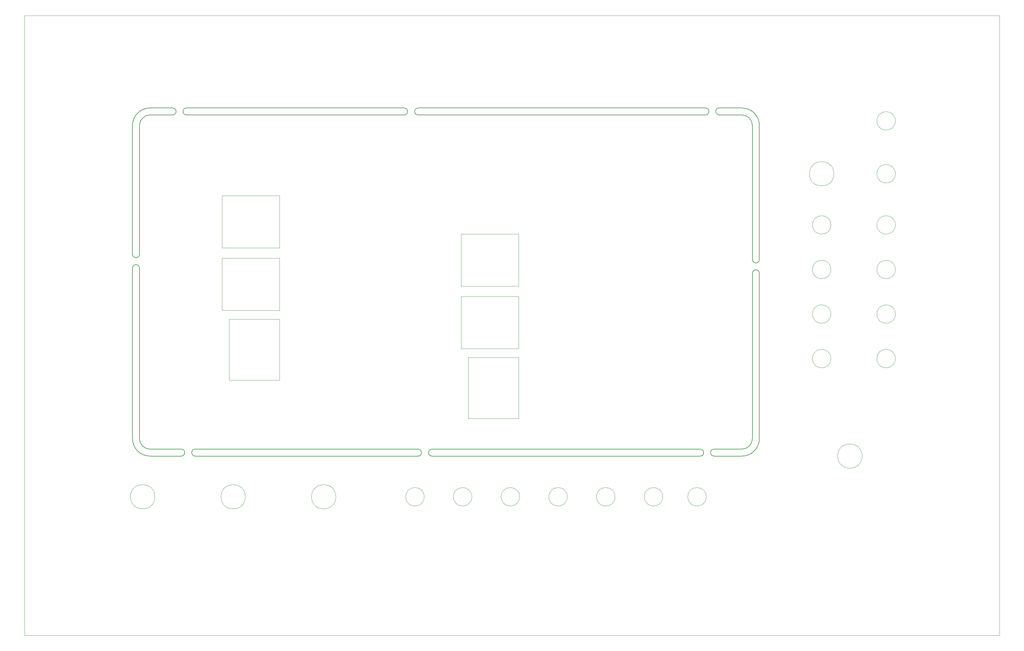
<source format=gbr>
%TF.GenerationSoftware,KiCad,Pcbnew,(5.1.5)-3*%
%TF.CreationDate,2020-09-07T19:44:54+02:00*%
%TF.ProjectId,fusion,66757369-6f6e-42e6-9b69-6361645f7063,rev?*%
%TF.SameCoordinates,Original*%
%TF.FileFunction,Profile,NP*%
%FSLAX46Y46*%
G04 Gerber Fmt 4.6, Leading zero omitted, Abs format (unit mm)*
G04 Created by KiCad (PCBNEW (5.1.5)-3) date 2020-09-07 19:44:54*
%MOMM*%
%LPD*%
G04 APERTURE LIST*
%ADD10C,0.150000*%
%ADD11C,0.100000*%
%ADD12C,0.120000*%
%ADD13C,0.050000*%
G04 APERTURE END LIST*
D10*
X68300000Y-145300000D02*
X132300000Y-145300000D01*
X55300000Y-145300000D02*
X64300000Y-145300000D01*
X132300000Y-47300000D02*
X214800000Y-47300000D01*
X65800000Y-47300000D02*
X128300000Y-47300000D01*
X52300000Y-140300000D02*
X52300000Y-91300000D01*
X64300000Y-143300000D02*
X55300000Y-143300000D01*
X132300000Y-143300000D02*
X68300000Y-143300000D01*
X213300000Y-143300000D02*
X136300000Y-143300000D01*
X225300000Y-143300000D02*
X217300000Y-143300000D01*
X228300000Y-140300000D02*
X228300000Y-92800000D01*
X228300000Y-50300000D02*
X228300000Y-88800000D01*
X225300000Y-47300000D02*
X218800000Y-47300000D01*
X225300000Y-47300000D02*
G75*
G02X228300000Y-50300000I0J-3000000D01*
G01*
X228300000Y-140300000D02*
G75*
G02X225300000Y-143300000I-3000000J0D01*
G01*
X55300000Y-143300000D02*
G75*
G02X52300000Y-140300000I0J3000000D01*
G01*
X61800000Y-47300000D02*
X55300000Y-47300000D01*
X52300000Y-87300000D02*
X52300000Y-50300000D01*
X52300000Y-50300000D02*
G75*
G02X55300000Y-47300000I3000000J0D01*
G01*
X61800000Y-45300000D02*
X55300000Y-45300000D01*
X50300000Y-87300000D02*
X50300000Y-50300000D01*
X50300000Y-140300000D02*
X50300000Y-91300000D01*
X213300000Y-145300000D02*
X136300000Y-145300000D01*
X225300000Y-145300000D02*
X217300000Y-145300000D01*
X230300000Y-92800000D02*
X230300000Y-140300000D01*
X230300000Y-50300000D02*
X230300000Y-88800000D01*
X218800000Y-45300000D02*
X225300000Y-45300000D01*
X132300000Y-45300000D02*
X214800000Y-45300000D01*
X65800000Y-45300000D02*
X128300000Y-45300000D01*
D11*
X19300000Y-18800000D02*
X19300000Y-196800000D01*
X299300000Y-18800000D02*
X19300000Y-18800000D01*
X299300000Y-196800000D02*
X299300000Y-18800000D01*
X19300000Y-196800000D02*
X299300000Y-196800000D01*
D10*
X55300000Y-145300000D02*
G75*
G02X50300000Y-140300000I0J5000000D01*
G01*
X230300000Y-140300000D02*
G75*
G02X225300000Y-145300000I-5000000J0D01*
G01*
X225300000Y-45300000D02*
G75*
G02X230300000Y-50300000I0J-5000000D01*
G01*
X50300000Y-50300000D02*
G75*
G02X55300000Y-45300000I5000000J0D01*
G01*
D12*
X82700000Y-157000000D02*
G75*
G03X82700000Y-157000000I-3500000J0D01*
G01*
X259800000Y-145300000D02*
G75*
G03X259800000Y-145300000I-3500000J0D01*
G01*
X175150000Y-157000000D02*
G75*
G03X175150000Y-157000000I-2650000J0D01*
G01*
X188850000Y-157000000D02*
G75*
G03X188850000Y-157000000I-2650000J0D01*
G01*
X202550000Y-157000000D02*
G75*
G03X202550000Y-157000000I-2650000J0D01*
G01*
X215050000Y-157000000D02*
G75*
G03X215050000Y-157000000I-2650000J0D01*
G01*
X269350000Y-117300000D02*
G75*
G03X269350000Y-117300000I-2650000J0D01*
G01*
X250850000Y-117300000D02*
G75*
G03X250850000Y-117300000I-2650000J0D01*
G01*
X250850000Y-104500000D02*
G75*
G03X250850000Y-104500000I-2650000J0D01*
G01*
X269350000Y-104500000D02*
G75*
G03X269350000Y-104500000I-2650000J0D01*
G01*
X269350000Y-91700000D02*
G75*
G03X269350000Y-91700000I-2650000J0D01*
G01*
X250850000Y-91700000D02*
G75*
G03X250850000Y-91700000I-2650000J0D01*
G01*
X250850000Y-78900000D02*
G75*
G03X250850000Y-78900000I-2650000J0D01*
G01*
X269350000Y-78900000D02*
G75*
G03X269350000Y-78900000I-2650000J0D01*
G01*
X251700000Y-64200000D02*
G75*
G03X251700000Y-64200000I-3500000J0D01*
G01*
X269350000Y-64200000D02*
G75*
G03X269350000Y-64200000I-2650000J0D01*
G01*
X269350000Y-49000000D02*
G75*
G03X269350000Y-49000000I-2650000J0D01*
G01*
X161450000Y-157000000D02*
G75*
G03X161450000Y-157000000I-2650000J0D01*
G01*
X147750000Y-157000000D02*
G75*
G03X147750000Y-157000000I-2650000J0D01*
G01*
X134050000Y-157000000D02*
G75*
G03X134050000Y-157000000I-2650000J0D01*
G01*
X108700000Y-157000000D02*
G75*
G03X108700000Y-157000000I-3500000J0D01*
G01*
X56700000Y-157000000D02*
G75*
G03X56700000Y-157000000I-3500000J0D01*
G01*
D13*
X76000000Y-70460000D02*
X92500000Y-70460000D01*
X161200000Y-96460000D02*
X144700000Y-96460000D01*
X146700000Y-117000000D02*
X161200000Y-117000000D01*
X146700000Y-134500000D02*
X146700000Y-117000000D01*
X144700000Y-81460000D02*
X161200000Y-81460000D01*
X161200000Y-99460000D02*
X161200000Y-114460000D01*
X144700000Y-99460000D02*
X161200000Y-99460000D01*
X161200000Y-134500000D02*
X146700000Y-134500000D01*
X144700000Y-96460000D02*
X144700000Y-81460000D01*
X161200000Y-114460000D02*
X144700000Y-114460000D01*
X144700000Y-114460000D02*
X144700000Y-99460000D01*
X161200000Y-117000000D02*
X161200000Y-134500000D01*
X161200000Y-81460000D02*
X161200000Y-96460000D01*
X78000000Y-123500000D02*
X78000000Y-106000000D01*
X78000000Y-106000000D02*
X92500000Y-106000000D01*
X92500000Y-106000000D02*
X92500000Y-123500000D01*
X92500000Y-123500000D02*
X78000000Y-123500000D01*
X76000000Y-103460000D02*
X76000000Y-88460000D01*
X76000000Y-88460000D02*
X92500000Y-88460000D01*
X92500000Y-88460000D02*
X92500000Y-103460000D01*
X92500000Y-103460000D02*
X76000000Y-103460000D01*
X76000000Y-85460000D02*
X76000000Y-70460000D01*
X92500000Y-70460000D02*
X92500000Y-85460000D01*
X92500000Y-85460000D02*
X76000000Y-85460000D01*
D10*
X50300000Y-87300000D02*
G75*
G03X52300000Y-87300000I1000000J0D01*
G01*
X52300000Y-91300000D02*
G75*
G03X50300000Y-91300000I-1000000J0D01*
G01*
X228300000Y-88800000D02*
G75*
G03X230300000Y-88800000I1000000J0D01*
G01*
X230300000Y-92800000D02*
G75*
G03X228300000Y-92800000I-1000000J0D01*
G01*
X217300000Y-143300000D02*
G75*
G03X217300000Y-145300000I0J-1000000D01*
G01*
X213300000Y-145300000D02*
G75*
G03X213300000Y-143300000I0J1000000D01*
G01*
X68300000Y-143300000D02*
G75*
G03X68300000Y-145300000I0J-1000000D01*
G01*
X64300000Y-145300000D02*
G75*
G03X64300000Y-143300000I0J1000000D01*
G01*
X136300000Y-143300000D02*
G75*
G03X136300000Y-145300000I0J-1000000D01*
G01*
X132300000Y-145300000D02*
G75*
G03X132300000Y-143300000I0J1000000D01*
G01*
X132300000Y-45300000D02*
G75*
G03X132300000Y-47300000I0J-1000000D01*
G01*
X128300000Y-47300000D02*
G75*
G03X128300000Y-45300000I0J1000000D01*
G01*
X218800000Y-45300000D02*
G75*
G03X218800000Y-47300000I0J-1000000D01*
G01*
X214800000Y-47300000D02*
G75*
G03X214800000Y-45300000I0J1000000D01*
G01*
X65800000Y-45300000D02*
G75*
G03X65800000Y-47300000I0J-1000000D01*
G01*
X61800000Y-47300000D02*
G75*
G03X61800000Y-45300000I0J1000000D01*
G01*
M02*

</source>
